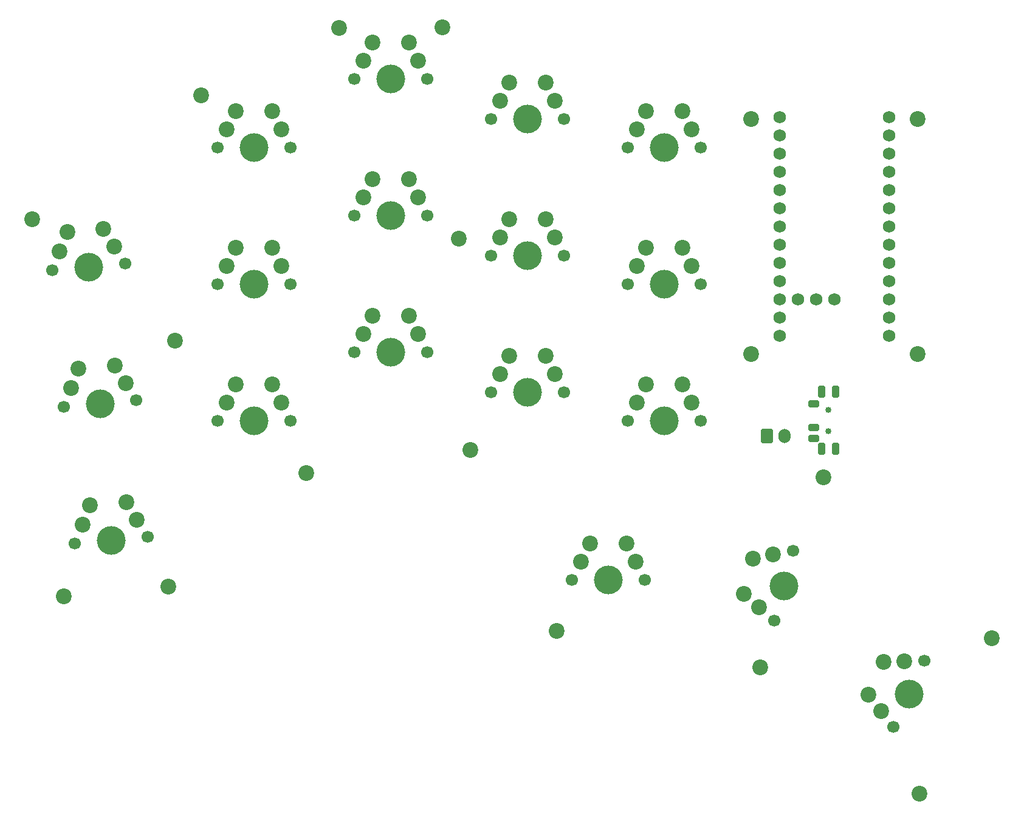
<source format=gbr>
%TF.GenerationSoftware,KiCad,Pcbnew,(6.0.4)*%
%TF.CreationDate,2022-05-15T23:19:09+02:00*%
%TF.ProjectId,Diom-35SP_PCB,44696f6d-2d33-4355-9350-5f5043422e6b,rev?*%
%TF.SameCoordinates,Original*%
%TF.FileFunction,Soldermask,Bot*%
%TF.FilePolarity,Negative*%
%FSLAX46Y46*%
G04 Gerber Fmt 4.6, Leading zero omitted, Abs format (unit mm)*
G04 Created by KiCad (PCBNEW (6.0.4)) date 2022-05-15 23:19:09*
%MOMM*%
%LPD*%
G01*
G04 APERTURE LIST*
G04 Aperture macros list*
%AMRoundRect*
0 Rectangle with rounded corners*
0 $1 Rounding radius*
0 $2 $3 $4 $5 $6 $7 $8 $9 X,Y pos of 4 corners*
0 Add a 4 corners polygon primitive as box body*
4,1,4,$2,$3,$4,$5,$6,$7,$8,$9,$2,$3,0*
0 Add four circle primitives for the rounded corners*
1,1,$1+$1,$2,$3*
1,1,$1+$1,$4,$5*
1,1,$1+$1,$6,$7*
1,1,$1+$1,$8,$9*
0 Add four rect primitives between the rounded corners*
20,1,$1+$1,$2,$3,$4,$5,0*
20,1,$1+$1,$4,$5,$6,$7,0*
20,1,$1+$1,$6,$7,$8,$9,0*
20,1,$1+$1,$8,$9,$2,$3,0*%
G04 Aperture macros list end*
%ADD10C,1.700000*%
%ADD11C,4.000000*%
%ADD12C,2.200000*%
%ADD13RoundRect,0.250000X-0.600000X-0.750000X0.600000X-0.750000X0.600000X0.750000X-0.600000X0.750000X0*%
%ADD14O,1.700000X2.000000*%
%ADD15C,1.752600*%
%ADD16C,0.850000*%
%ADD17RoundRect,0.250000X-0.500000X0.250000X-0.500000X-0.250000X0.500000X-0.250000X0.500000X0.250000X0*%
%ADD18RoundRect,0.250000X-0.250000X0.600000X-0.250000X-0.600000X0.250000X-0.600000X0.250000X0.600000X0*%
G04 APERTURE END LIST*
D10*
%TO.C,MX15*%
X168592500Y-88900000D03*
X158432500Y-88900000D03*
D11*
X163512500Y-88900000D03*
D12*
X166052500Y-83820000D03*
X160972500Y-83820000D03*
X159702500Y-86360000D03*
X167322500Y-86360000D03*
%TD*%
D10*
%TO.C,MX2*%
X101282500Y-50800000D03*
D11*
X106362500Y-50800000D03*
D10*
X111442500Y-50800000D03*
D12*
X108902500Y-45720000D03*
X103822500Y-45720000D03*
X102552500Y-48260000D03*
X110172500Y-48260000D03*
%TD*%
D10*
%TO.C,MX16*%
X160813750Y-111125000D03*
X150653750Y-111125000D03*
D11*
X155733750Y-111125000D03*
D12*
X158273750Y-106045000D03*
X153193750Y-106045000D03*
X151923750Y-108585000D03*
X159543750Y-108585000D03*
%TD*%
D10*
%TO.C,MX7*%
X101282500Y-69850000D03*
D11*
X106362500Y-69850000D03*
D10*
X111442500Y-69850000D03*
D12*
X108902500Y-64770000D03*
X103822500Y-64770000D03*
X110172500Y-67310000D03*
X102552500Y-67310000D03*
%TD*%
%TO.C,H8*%
X175641000Y-79629000D03*
%TD*%
D10*
%TO.C,MX14*%
X149542500Y-84931250D03*
D11*
X144462500Y-84931250D03*
D10*
X139382500Y-84931250D03*
D12*
X147002500Y-79851250D03*
X141922500Y-79851250D03*
X148272500Y-82391250D03*
X140652500Y-82391250D03*
%TD*%
D10*
%TO.C,MX1*%
X78283081Y-67911501D03*
D11*
X83343750Y-67468750D03*
D10*
X88404419Y-67025999D03*
D12*
X80370664Y-62629457D03*
X85431333Y-62186705D03*
X79326873Y-65270479D03*
X86917876Y-64606352D03*
%TD*%
D13*
%TO.C,J1*%
X177820000Y-91051500D03*
D14*
X180320000Y-91051500D03*
%TD*%
D12*
%TO.C,H12*%
X176911000Y-123317000D03*
%TD*%
%TO.C,H13*%
X134937500Y-63500000D03*
%TD*%
%TO.C,H11*%
X185737500Y-96837500D03*
%TD*%
D11*
%TO.C,MX6*%
X84931250Y-86518750D03*
D10*
X89991919Y-86075999D03*
X79870581Y-86961501D03*
D12*
X81958164Y-81679457D03*
X87018833Y-81236705D03*
X80914373Y-84320479D03*
X88505376Y-83656352D03*
%TD*%
%TO.C,H2*%
X79900000Y-113400000D03*
%TD*%
%TO.C,H6*%
X113700000Y-96200000D03*
%TD*%
D10*
%TO.C,MX5*%
X168592500Y-50800000D03*
X158432500Y-50800000D03*
D11*
X163512500Y-50800000D03*
D12*
X160972500Y-45720000D03*
X166052500Y-45720000D03*
X159702500Y-48260000D03*
X167322500Y-48260000D03*
%TD*%
%TO.C,H9*%
X198882000Y-46863000D03*
%TD*%
%TO.C,H17*%
X95377000Y-77724000D03*
%TD*%
D10*
%TO.C,MX9*%
X149542500Y-65881250D03*
D11*
X144462500Y-65881250D03*
D10*
X139382500Y-65881250D03*
D12*
X141922500Y-60801250D03*
X147002500Y-60801250D03*
X148272500Y-63341250D03*
X140652500Y-63341250D03*
%TD*%
D10*
%TO.C,MX17*%
X181496051Y-107011847D03*
X178866449Y-116825653D03*
D11*
X180181250Y-111918750D03*
X180181250Y-111918750D03*
D12*
X175931747Y-108150498D03*
X174616946Y-113057401D03*
X178713899Y-107581172D03*
X176741698Y-114941527D03*
%TD*%
D11*
%TO.C,MX3*%
X125412500Y-41275000D03*
D10*
X130492500Y-41275000D03*
X120332500Y-41275000D03*
D12*
X122872500Y-36195000D03*
X127952500Y-36195000D03*
X121602500Y-38735000D03*
X129222500Y-38735000D03*
%TD*%
%TO.C,H7*%
X175641000Y-46863000D03*
%TD*%
D10*
%TO.C,MX13*%
X130492500Y-79375000D03*
D11*
X125412500Y-79375000D03*
D10*
X120332500Y-79375000D03*
D12*
X122872500Y-74295000D03*
X127952500Y-74295000D03*
X129222500Y-76835000D03*
X121602500Y-76835000D03*
%TD*%
%TO.C,H1*%
X75500000Y-60800000D03*
%TD*%
%TO.C,H4*%
X199100000Y-140900000D03*
%TD*%
D15*
%TO.C,U1*%
X179627831Y-49135500D03*
X179627831Y-51675500D03*
X179627831Y-54215500D03*
X179627831Y-56755500D03*
X179627831Y-59295500D03*
X179627831Y-61835500D03*
X179627831Y-64375500D03*
X179627831Y-66915500D03*
X179627831Y-69455500D03*
X179627831Y-71995500D03*
X179627831Y-74535500D03*
X179627831Y-77075500D03*
X194867831Y-77075500D03*
X194867831Y-74535500D03*
X194867831Y-71995500D03*
X194867831Y-69455500D03*
X194867831Y-66915500D03*
X194867831Y-64375500D03*
X194867831Y-61835500D03*
X194867831Y-59295500D03*
X194867831Y-56755500D03*
X194867831Y-54215500D03*
X194867831Y-51675500D03*
X194867831Y-49135500D03*
X179627831Y-46595500D03*
X182167831Y-71995500D03*
X184707831Y-71995500D03*
X187247831Y-71995500D03*
X194867831Y-46595500D03*
%TD*%
D12*
%TO.C,H18*%
X99060000Y-43561000D03*
%TD*%
D10*
%TO.C,MX12*%
X111442500Y-88900000D03*
X101282500Y-88900000D03*
D11*
X106362500Y-88900000D03*
D12*
X108902500Y-83820000D03*
X103822500Y-83820000D03*
X110172500Y-86360000D03*
X102552500Y-86360000D03*
%TD*%
%TO.C,H3*%
X209200000Y-119200000D03*
%TD*%
%TO.C,H14*%
X148590000Y-118237000D03*
%TD*%
D10*
%TO.C,MX18*%
X199790651Y-122395956D03*
X195496849Y-131604044D03*
D11*
X197643750Y-127000000D03*
X197643750Y-127000000D03*
D12*
X194113157Y-122551077D03*
X191966256Y-127155121D03*
X196951904Y-122473517D03*
X193731553Y-129379582D03*
%TD*%
D10*
%TO.C,MX4*%
X149542500Y-46831250D03*
X139382500Y-46831250D03*
D11*
X144462500Y-46831250D03*
D12*
X147002500Y-41751250D03*
X141922500Y-41751250D03*
X148272500Y-44291250D03*
X140652500Y-44291250D03*
%TD*%
%TO.C,H10*%
X198882000Y-79629000D03*
%TD*%
D10*
%TO.C,MX10*%
X168592500Y-69850000D03*
X158432500Y-69850000D03*
D11*
X163512500Y-69850000D03*
D12*
X160972500Y-64770000D03*
X166052500Y-64770000D03*
X159702500Y-67310000D03*
X167322500Y-67310000D03*
%TD*%
%TO.C,H16*%
X136525000Y-92964000D03*
%TD*%
D10*
%TO.C,MX8*%
X120332500Y-60325000D03*
D11*
X125412500Y-60325000D03*
D10*
X130492500Y-60325000D03*
D12*
X122872500Y-55245000D03*
X127952500Y-55245000D03*
X129222500Y-57785000D03*
X121602500Y-57785000D03*
%TD*%
%TO.C,H19*%
X94488000Y-112014000D03*
%TD*%
D10*
%TO.C,MX11*%
X81458081Y-106011501D03*
D11*
X86518750Y-105568750D03*
D10*
X91579419Y-105125999D03*
D12*
X83545664Y-100729457D03*
X88606333Y-100286705D03*
X90092876Y-102706352D03*
X82501873Y-103370479D03*
%TD*%
%TO.C,H15*%
X118237000Y-34163000D03*
%TD*%
%TO.C,H5*%
X132600000Y-34100000D03*
%TD*%
D16*
%TO.C,SW1*%
X186436000Y-90400000D03*
X186436000Y-87400000D03*
D17*
X184336000Y-86600000D03*
X184336000Y-89900000D03*
X184336000Y-91350000D03*
D18*
X185436000Y-92800000D03*
X185436000Y-84900000D03*
X187436000Y-92800000D03*
X187436000Y-84900000D03*
%TD*%
M02*

</source>
